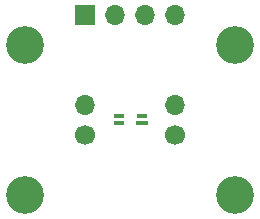
<source format=gbr>
%TF.GenerationSoftware,KiCad,Pcbnew,8.0.1*%
%TF.CreationDate,2025-03-04T14:29:30-08:00*%
%TF.ProjectId,VEML3328,56454d4c-3333-4323-982e-6b696361645f,rev?*%
%TF.SameCoordinates,Original*%
%TF.FileFunction,Soldermask,Top*%
%TF.FilePolarity,Negative*%
%FSLAX46Y46*%
G04 Gerber Fmt 4.6, Leading zero omitted, Abs format (unit mm)*
G04 Created by KiCad (PCBNEW 8.0.1) date 2025-03-04 14:29:30*
%MOMM*%
%LPD*%
G01*
G04 APERTURE LIST*
%ADD10R,1.700000X1.700000*%
%ADD11O,1.700000X1.700000*%
%ADD12C,3.200000*%
%ADD13C,1.700000*%
%ADD14R,0.900000X0.350000*%
%ADD15R,1.000000X0.350000*%
G04 APERTURE END LIST*
D10*
%TO.C,J1*%
X142240000Y-81280000D03*
D11*
X144780000Y-81280000D03*
X147319999Y-81280000D03*
X149860000Y-81280000D03*
%TD*%
D12*
%TO.C,H4*%
X137160000Y-83820000D03*
%TD*%
%TO.C,H3*%
X137160000Y-96520000D03*
%TD*%
%TO.C,H2*%
X154940000Y-96520000D03*
%TD*%
%TO.C,H1*%
X154940000Y-83820000D03*
%TD*%
D13*
%TO.C,J3*%
X142240000Y-91440000D03*
D11*
X142240000Y-88900000D03*
%TD*%
D14*
%TO.C,U1*%
X145072926Y-89832272D03*
X145072926Y-90432272D03*
D15*
X147022926Y-90432272D03*
D14*
X147072926Y-89832272D03*
%TD*%
D13*
%TO.C,J2*%
X149860000Y-91440000D03*
D11*
X149860000Y-88900000D03*
%TD*%
M02*

</source>
